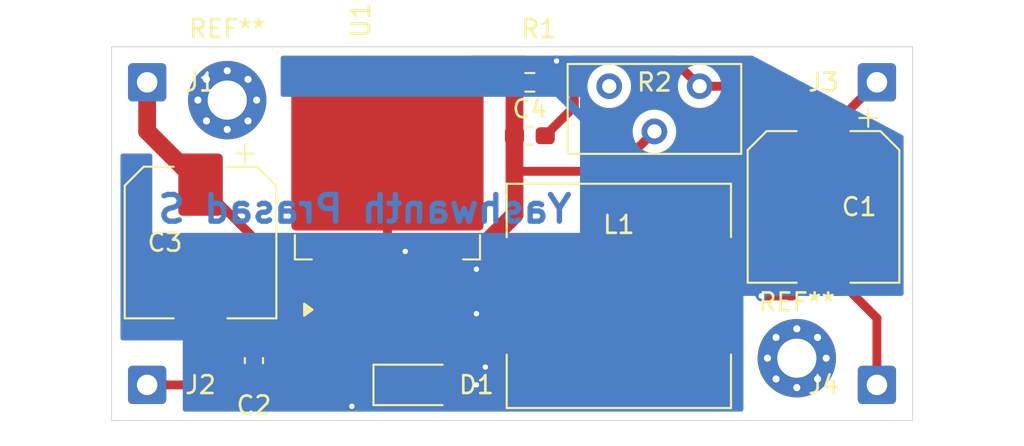
<source format=kicad_pcb>
(kicad_pcb (version 20241229) (generator "pcbnew") (generator_version "9.0")
  (layers (0 "F.Cu" signal) (2 "B.Cu" signal) (13 "F.Paste" user) (15 "B.Paste" user) (5 "F.SilkS" user "F.Silkscreen") (7 "B.SilkS" user "B.Silkscreen") (1 "F.Mask" user) (3 "B.Mask" user) (25 "Edge.Cuts" user))
  (net 0 "")
  (net 1 "Net-(J3-Pin_1)")
  (net 2 "GND")
  (net 3 "Net-(J1-Pin_1)")
  (net 4 "Net-(U1-FB)")
  (net 5 "Net-(D1-K)")
  (footprint "Potentiometer_THT:Potentiometer_Bourns_3296Y_Vertical" (layer "F.Cu") (at 156.54 113.72)
    (property "Reference" "R2" (at -2.54 -0.22 0) (layer "F.SilkS"))
    (property "Value" "103")
    (fp_line (start -7.415 -1.25) (end 2.335 -1.25) (stroke (width 0.12)) (layer "F.SilkS"))
    (fp_line (start -7.415 3.8) (end -7.415 -1.25) (stroke (width 0.12)) (layer "F.SilkS"))
    (fp_line (start 2.335 -1.25) (end 2.335 3.8) (stroke (width 0.12)) (layer "F.SilkS"))
    (fp_line (start 2.335 3.8) (end -7.415 3.8) (stroke (width 0.12)) (layer "F.SilkS"))
    (pad "1" thru_hole circle (at 0 0) (size 1.44 1.44) (drill 0.8) (layers "*.Cu" "*.Mask") (net 1 "Net-(J3-Pin_1)"))
    (pad "2" thru_hole circle (at -2.54 2.54) (size 1.44 1.44) (drill 0.8) (layers "*.Cu" "*.Mask") (net 4 "Net-(U1-FB)"))
    (pad "3" thru_hole circle (at -5.08 0) (size 1.44 1.44) (drill 0.8) (layers "*.Cu" "*.Mask"))
  )
  (footprint "Connector_Wire:SolderWire-0.5sqmm_1x01_D0.9mm_OD2.1mm" (layer "F.Cu") (at 125.5 113.5)
    (property "Reference" "J1" (at 3 0 0) (layer "F.SilkS"))
    (property "Value" "Conn_01x01_Socket")
    (pad "1" thru_hole roundrect (at 0 0) (size 2.15 2.15) (drill 1.15) (layers "*.Cu" "*.Mask") (roundrect_rratio 0.116279) (net 3 "Net-(J1-Pin_1)"))
  )
  (footprint "Capacitor_SMD:C_0603_1608Metric_Pad1.08x0.95mm_HandSolder" (layer "F.Cu") (at 131.5 129.1375 -90)
    (property "Reference" "C2" (at 2.5 0 180) (layer "F.SilkS"))
    (property "Value" "100n")
    (fp_line (start -0.146267 0.51) (end 0.146267 0.51) (stroke (width 0.12)) (layer "F.SilkS"))
    (fp_line (start -0.146267 -0.51) (end 0.146267 -0.51) (stroke (width 0.12)) (layer "F.SilkS"))
    (pad "1" smd roundrect (at -0.8625 0 270) (size 1.075 0.95) (layers "F.Cu" "F.Mask" "F.Paste") (net 3 "Net-(J1-Pin_1)"))
    (pad "2" smd roundrect (at 0.8625 0 270) (size 1.075 0.95) (layers "F.Cu" "F.Mask" "F.Paste") (net 2 "GND"))
  )
  (footprint "Resistor_SMD:R_0603_1608Metric_Pad0.98x0.95mm_HandSolder" (layer "F.Cu") (at 147 113.5)
    (property "Reference" "R1" (at 0.5 -3 0) (layer "F.SilkS"))
    (property "Value" "330")
    (fp_line (start -0.254724 -0.5225) (end 0.254724 -0.5225) (stroke (width 0.12)) (layer "F.SilkS"))
    (fp_line (start -0.254724 0.5225) (end 0.254724 0.5225) (stroke (width 0.12)) (layer "F.SilkS"))
    (pad "1" smd roundrect (at -0.9125 0) (size 0.975 0.95) (layers "F.Cu" "F.Mask" "F.Paste") (net 4 "Net-(U1-FB)"))
    (pad "2" smd roundrect (at 0.9125 0) (size 0.975 0.95) (layers "F.Cu" "F.Mask" "F.Paste") (net 2 "GND"))
  )
  (footprint "MountingHole:MountingHole_2.2mm_M2_Pad_Via" (layer "F.Cu") (at 130 114.5)
    (property "Reference" "REF**" (at 0 -4 0) (layer "F.SilkS"))
    (property "Value" "MountingHole_2.2mm_M2_Pad_Via")
    (pad "1" thru_hole circle (at -1.65 0) (size 0.7 0.7) (drill 0.4) (layers "*.Cu" "*.Mask"))
    (pad "1" thru_hole circle (at -1.166726 -1.166726) (size 0.7 0.7) (drill 0.4) (layers "*.Cu" "*.Mask"))
    (pad "1" thru_hole circle (at -1.166726 1.166726) (size 0.7 0.7) (drill 0.4) (layers "*.Cu" "*.Mask"))
    (pad "1" thru_hole circle (at 0 -1.65) (size 0.7 0.7) (drill 0.4) (layers "*.Cu" "*.Mask"))
    (pad "1" thru_hole circle (at 0 0) (size 4.4 4.4) (drill 2.2) (layers "*.Cu" "*.Mask"))
    (pad "1" thru_hole circle (at 0 1.65) (size 0.7 0.7) (drill 0.4) (layers "*.Cu" "*.Mask"))
    (pad "1" thru_hole circle (at 1.166726 -1.166726) (size 0.7 0.7) (drill 0.4) (layers "*.Cu" "*.Mask"))
    (pad "1" thru_hole circle (at 1.166726 1.166726) (size 0.7 0.7) (drill 0.4) (layers "*.Cu" "*.Mask"))
    (pad "1" thru_hole circle (at 1.65 0) (size 0.7 0.7) (drill 0.4) (layers "*.Cu" "*.Mask"))
  )
  (footprint "Diode_SMD:D_1206_3216Metric" (layer "F.Cu") (at 140.5 130.5)
    (property "Reference" "D1" (at 3.5 0 0) (layer "F.SilkS"))
    (property "Value" "1N5822")
    (fp_line (start -2.285 -1.135) (end -2.285 1.135) (stroke (width 0.12)) (layer "F.SilkS"))
    (fp_line (start -2.285 1.135) (end 1.6 1.135) (stroke (width 0.12)) (layer "F.SilkS"))
    (fp_line (start 1.6 -1.135) (end -2.285 -1.135) (stroke (width 0.12)) (layer "F.SilkS"))
    (pad "1" smd roundrect (at -1.4 0) (size 1.25 1.75) (layers "F.Cu" "F.Mask" "F.Paste") (roundrect_rratio 0.2) (net 5 "Net-(D1-K)"))
    (pad "2" smd roundrect (at 1.4 0) (size 1.25 1.75) (layers "F.Cu" "F.Mask" "F.Paste") (roundrect_rratio 0.2) (net 2 "GND"))
  )
  (footprint "Connector_Wire:SolderWire-0.5sqmm_1x01_D0.9mm_OD2.1mm" (layer "F.Cu") (at 166.5 130.5)
    (property "Reference" "J4" (at -3 0 0) (layer "F.SilkS"))
    (property "Value" "Conn_01x01_Socket")
    (pad "1" thru_hole roundrect (at 0 0) (size 2.15 2.15) (drill 1.15) (layers "*.Cu" "*.Mask") (roundrect_rratio 0.116279) (net 2 "GND"))
  )
  (footprint "Capacitor_SMD:CP_Elec_8x10" (layer "F.Cu") (at 163.5 120.5 -90)
    (property "Reference" "C1" (at 0 -2 180) (layer "F.SilkS"))
    (property "Value" "220u")
    (fp_line (start -3.195563 4.26) (end 4.26 4.26) (stroke (width 0.12)) (layer "F.SilkS"))
    (fp_line (start 4.26 4.26) (end 4.26 1.51) (stroke (width 0.12)) (layer "F.SilkS"))
    (fp_line (start -4.26 3.195563) (end -3.195563 4.26) (stroke (width 0.12)) (layer "F.SilkS"))
    (fp_line (start -4.26 3.195563) (end -4.26 1.51) (stroke (width 0.12)) (layer "F.SilkS"))
    (fp_line (start -5.5 -2.51) (end -4.5 -2.51) (stroke (width 0.12)) (layer "F.SilkS"))
    (fp_line (start -5 -3.01) (end -5 -2.01) (stroke (width 0.12)) (layer "F.SilkS"))
    (fp_line (start -4.26 -3.195563) (end -4.26 -1.51) (stroke (width 0.12)) (layer "F.SilkS"))
    (fp_line (start -4.26 -3.195563) (end -3.195563 -4.26) (stroke (width 0.12)) (layer "F.SilkS"))
    (fp_line (start -3.195563 -4.26) (end 4.26 -4.26) (stroke (width 0.12)) (layer "F.SilkS"))
    (fp_line (start 4.26 -4.26) (end 4.26 -1.51) (stroke (width 0.12)) (layer "F.SilkS"))
    (pad "1" smd roundrect (at -3.25 0 270) (size 3.5 2.5) (layers "F.Cu" "F.Mask" "F.Paste") (roundrect_rratio 0.1) (net 1 "Net-(J3-Pin_1)"))
    (pad "2" smd roundrect (at 3.25 0 270) (size 3.5 2.5) (layers "F.Cu" "F.Mask" "F.Paste") (roundrect_rratio 0.1) (net 2 "GND"))
  )
  (footprint "Connector_Wire:SolderWire-0.5sqmm_1x01_D0.9mm_OD2.1mm" (layer "F.Cu") (at 166.5 113.5)
    (property "Reference" "J3" (at -3 0 0) (layer "F.SilkS"))
    (property "Value" "Conn_01x01_Socket")
    (pad "1" thru_hole roundrect (at 0 0) (size 2.15 2.15) (drill 1.15) (layers "*.Cu" "*.Mask") (roundrect_rratio 0.116279) (net 1 "Net-(J3-Pin_1)"))
  )
  (footprint "Package_TO_SOT_SMD:TO-263-5_TabPin3" (layer "F.Cu") (at 139 118.625 90)
    (property "Reference" "U1" (at 8.625 -1.5 90) (layer "F.SilkS"))
    (property "Value" "LM2596S-ADJ")
    (fp_line (start -3.46 -5.2) (end -4.825 -5.2) (stroke (width 0.12)) (layer "F.SilkS"))
    (fp_line (start -4.825 -5.2) (end -4.825 -4.25) (stroke (width 0.12)) (layer "F.SilkS"))
    (fp_line (start -3.46 5.2) (end -4.825 5.2) (stroke (width 0.12)) (layer "F.SilkS"))
    (fp_line (start -4.825 5.2) (end -4.825 4.25) (stroke (width 0.12)) (layer "F.SilkS"))
    (fp_poly (pts (xy -7.65 -4.21) (xy -7.99 -4.68) (xy -7.31 -4.68)) (stroke (width 0.12)) (fill yes) (layer "F.SilkS"))
    (pad "1" smd roundrect (at -7.65 -3.4 90) (size 4.6 1.1) (layers "F.Cu" "F.Mask" "F.Paste") (roundrect_rratio 0.227273) (net 3 "Net-(J1-Pin_1)"))
    (pad "2" smd roundrect (at -7.65 -1.7 90) (size 4.6 1.1) (layers "F.Cu" "F.Mask" "F.Paste") (roundrect_rratio 0.227273) (net 5 "Net-(D1-K)"))
    (pad "3" smd roundrect (at -7.65 0 90) (size 4.6 1.1) (layers "F.Cu" "F.Mask" "F.Paste") (roundrect_rratio 0.227273) (net 2 "GND"))
    (pad "3" smd roundrect (at 1.5 0 90) (size 9.4 10.8) (layers "F.Cu" "F.Mask") (roundrect_rratio 0.026596) (net 2 "GND"))
    (pad "4" smd roundrect (at -7.65 1.7 90) (size 4.6 1.1) (layers "F.Cu" "F.Mask" "F.Paste") (roundrect_rratio 0.227273) (net 4 "Net-(U1-FB)"))
    (pad "5" smd roundrect (at -7.65 3.4 90) (size 4.6 1.1) (layers "F.Cu" "F.Mask" "F.Paste") (roundrect_rratio 0.227273) (net 2 "GND"))
  )
  (footprint "Capacitor_SMD:C_0603_1608Metric_Pad1.08x0.95mm_HandSolder" (layer "F.Cu") (at 147 116.5)
    (property "Reference" "C4" (at 0 -1.5 0) (layer "F.SilkS"))
    (property "Value" "100n")
    (fp_line (start -0.146267 -0.51) (end 0.146267 -0.51) (stroke (width 0.12)) (layer "F.SilkS"))
    (fp_line (start -0.146267 0.51) (end 0.146267 0.51) (stroke (width 0.12)) (layer "F.SilkS"))
    (pad "1" smd roundrect (at -0.8625 0) (size 1.075 0.95) (layers "F.Cu" "F.Mask" "F.Paste") (net 4 "Net-(U1-FB)"))
    (pad "2" smd roundrect (at 0.8625 0) (size 1.075 0.95) (layers "F.Cu" "F.Mask" "F.Paste") (net 1 "Net-(J3-Pin_1)"))
  )
  (footprint "Connector_Wire:SolderWire-0.5sqmm_1x01_D0.9mm_OD2.1mm" (layer "F.Cu") (at 125.5 130.5)
    (property "Reference" "J2" (at 3 0 0) (layer "F.SilkS"))
    (property "Value" "Conn_01x01_Socket")
    (pad "1" thru_hole roundrect (at 0 0) (size 2.15 2.15) (drill 1.15) (layers "*.Cu" "*.Mask") (roundrect_rratio 0.116279) (net 2 "GND"))
  )
  (footprint "Inductor_SMD:L_12x12mm_H8mm" (layer "F.Cu") (at 152 125.5)
    (property "Reference" "L1" (at 0 -4 0) (layer "F.SilkS"))
    (property "Value" "470m")
    (fp_line (start -6.3 -6.3) (end 6.3 -6.3) (stroke (width 0.12)) (layer "F.SilkS"))
    (fp_line (start -6.3 -3.3) (end -6.3 -6.3) (stroke (width 0.12)) (layer "F.SilkS"))
    (fp_line (start -6.3 6.3) (end -6.3 3.3) (stroke (width 0.12)) (layer "F.SilkS"))
    (fp_line (start 6.3 -6.3) (end 6.3 -3.3) (stroke (width 0.12)) (layer "F.SilkS"))
    (fp_line (start 6.3 3.3) (end 6.3 6.3) (stroke (width 0.12)) (layer "F.SilkS"))
    (fp_line (start 6.3 6.3) (end -6.3 6.3) (stroke (width 0.12)) (layer "F.SilkS"))
    (pad "1" smd rect (at -4.95 0) (size 2.9 5.4) (layers "F.Cu" "F.Mask" "F.Paste") (net 5 "Net-(D1-K)"))
    (pad "2" smd rect (at 4.95 0) (size 2.9 5.4) (layers "F.Cu" "F.Mask" "F.Paste") (net 1 "Net-(J3-Pin_1)"))
  )
  (footprint "MountingHole:MountingHole_2.2mm_M2_Pad_Via" (layer "F.Cu") (at 162 129)
    (property "Reference" "REF**" (at 0 -3.15 0) (layer "F.SilkS"))
    (property "Value" "MountingHole_2.2mm_M2_Pad_Via")
    (pad "1" thru_hole circle (at -1.65 0) (size 0.7 0.7) (drill 0.4) (layers "*.Cu" "*.Mask"))
    (pad "1" thru_hole circle (at -1.166726 -1.166726) (size 0.7 0.7) (drill 0.4) (layers "*.Cu" "*.Mask"))
    (pad "1" thru_hole circle (at -1.166726 1.166726) (size 0.7 0.7) (drill 0.4) (layers "*.Cu" "*.Mask"))
    (pad "1" thru_hole circle (at 0 -1.65) (size 0.7 0.7) (drill 0.4) (layers "*.Cu" "*.Mask"))
    (pad "1" thru_hole circle (at 0 0) (size 4.4 4.4) (drill 2.2) (layers "*.Cu" "*.Mask"))
    (pad "1" thru_hole circle (at 0 1.65) (size 0.7 0.7) (drill 0.4) (layers "*.Cu" "*.Mask"))
    (pad "1" thru_hole circle (at 1.166726 -1.166726) (size 0.7 0.7) (drill 0.4) (layers "*.Cu" "*.Mask"))
    (pad "1" thru_hole circle (at 1.166726 1.166726) (size 0.7 0.7) (drill 0.4) (layers "*.Cu" "*.Mask"))
    (pad "1" thru_hole circle (at 1.65 0) (size 0.7 0.7) (drill 0.4) (layers "*.Cu" "*.Mask"))
  )
  (footprint "Capacitor_SMD:CP_Elec_8x10" (layer "F.Cu") (at 128.5 122.5 -90)
    (property "Reference" "C3" (at 0 2 180) (layer "F.SilkS"))
    (property "Value" "100u")
    (fp_line (start -3.195563 4.26) (end 4.26 4.26) (stroke (width 0.12)) (layer "F.SilkS"))
    (fp_line (start 4.26 4.26) (end 4.26 1.51) (stroke (width 0.12)) (layer "F.SilkS"))
    (fp_line (start -4.26 3.195563) (end -3.195563 4.26) (stroke (width 0.12)) (layer "F.SilkS"))
    (fp_line (start -4.26 3.195563) (end -4.26 1.51) (stroke (width 0.12)) (layer "F.SilkS"))
    (fp_line (start -5.5 -2.51) (end -4.5 -2.51) (stroke (width 0.12)) (layer "F.SilkS"))
    (fp_line (start -5 -3.01) (end -5 -2.01) (stroke (width 0.12)) (layer "F.SilkS"))
    (fp_line (start -4.26 -3.195563) (end -4.26 -1.51) (stroke (width 0.12)) (layer "F.SilkS"))
    (fp_line (start -4.26 -3.195563) (end -3.195563 -4.26) (stroke (width 0.12)) (layer "F.SilkS"))
    (fp_line (start -3.195563 -4.26) (end 4.26 -4.26) (stroke (width 0.12)) (layer "F.SilkS"))
    (fp_line (start 4.26 -4.26) (end 4.26 -1.51) (stroke (width 0.12)) (layer "F.SilkS"))
    (pad "1" smd roundrect (at -3.25 0 270) (size 3.5 2.5) (layers "F.Cu" "F.Mask" "F.Paste") (roundrect_rratio 0.1) (net 3 "Net-(J1-Pin_1)"))
    (pad "2" smd roundrect (at 3.25 0 270) (size 3.5 2.5) (layers "F.Cu" "F.Mask" "F.Paste") (roundrect_rratio 0.1) (net 2 "GND"))
  )
  (gr_rect (start 123.5 111.5) (end 168.5 132.5) (stroke (width 0.05)) (fill no) (layer "Edge.Cuts"))
  (gr_text "Yashwanth Prasad S" (at 149.5 121.5 0) (layer "B.Cu") (effects (font (size 1.5 1.5) (thickness 0.3) (bold yes)) (justify left bottom mirror)))
  (segment (start 161.72 113.72) (end 163.5 115.5) (width 0.5) (layer "F.Cu") (net 1))
  (segment (start 163.5 117.25) (end 163.5 116.5) (width 0.5) (layer "F.Cu") (net 1))
  (segment (start 163.5 116.5) (end 166.5 113.5) (width 0.5) (layer "F.Cu") (net 1))
  (segment (start 155.071 112.251) (end 156.54 113.72) (width 0.5) (layer "F.Cu") (net 1))
  (segment (start 156.95 123.8) (end 163.5 117.25) (width 0.5) (layer "F.Cu") (net 1))
  (segment (start 149.5 114.8625) (end 149.5 112.251) (width 0.5) (layer "F.Cu") (net 1))
  (segment (start 147.8625 116.5) (end 149.5 114.8625) (width 0.5) (layer "F.Cu") (net 1))
  (segment (start 166.5 113.5) (end 166.5 114.25) (width 0.5) (layer "F.Cu") (net 1))
  (segment (start 163.5 115.5) (end 163.5 117.25) (width 0.5) (layer "F.Cu") (net 1))
  (segment (start 149.5 112.251) (end 155.071 112.251) (width 0.5) (layer "F.Cu") (net 1))
  (segment (start 156.54 113.72) (end 161.72 113.72) (width 0.5) (layer "F.Cu") (net 1))
  (segment (start 156.95 125.5) (end 156.95 123.8) (width 0.5) (layer "F.Cu") (net 1))
  (segment (start 128.5 129.1375) (end 128.5 125.75) (width 1) (layer "F.Cu") (net 2))
  (segment (start 143.874 112.251) (end 139 117.125) (width 0.5) (layer "F.Cu") (net 2))
  (segment (start 129.8625 130.5) (end 128.5 129.1375) (width 1) (layer "F.Cu") (net 2))
  (segment (start 130.3625 130) (end 129.8625 130.5) (width 0.5) (layer "F.Cu") (net 2))
  (segment (start 141.9 130.5) (end 144 130.5) (width 0.5) (layer "F.Cu") (net 2))
  (segment (start 143.5 130.5) (end 141.9 130.5) (width 0.5) (layer "F.Cu") (net 2))
  (segment (start 140 123) (end 139 124) (width 0.5) (layer "F.Cu") (net 2))
  (segment (start 143.775 126.275) (end 144 126.5) (width 0.5) (layer "F.Cu") (net 2))
  (segment (start 131.5 130) (end 130.3625 130) (width 0.5) (layer "F.Cu") (net 2))
  (segment (start 142.4 125.6) (end 144 124) (width 0.5) (layer "F.Cu") (net 2))
  (segment (start 160 125.5) (end 161.75 125.5) (width 0.5) (layer "F.Cu") (net 2))
  (segment (start 146.6635 112.251) (end 143.874 112.251) (width 0.5) (layer "F.Cu") (net 2))
  (segment (start 139 124) (end 139 126.275) (width 0.5) (layer "F.Cu") (net 2))
  (segment (start 144.5 129.5) (end 143.5 130.5) (width 0.5) (layer "F.Cu") (net 2))
  (segment (start 163.5 123.75) (end 166.5 126.75) (width 0.5) (layer "F.Cu") (net 2))
  (segment (start 131.5 130) (end 135.3 130) (width 0.5) (layer "F.Cu") (net 2))
  (segment (start 135.3 130) (end 137 131.7) (width 0.5) (layer "F.Cu") (net 2))
  (segment (start 147.9125 112.8875) (end 148.5 112.3) (width 0.5) (layer "F.Cu") (net 2))
  (segment (start 129.8625 130.5) (end 125.5 130.5) (width 0.5) (layer "F.Cu") (net 2))
  (segment (start 142.4 126.275) (end 142.4 125.6) (width 0.5) (layer "F.Cu") (net 2))
  (segment (start 161.75 125.5) (end 163.5 123.75) (width 0.5) (layer "F.Cu") (net 2))
  (segment (start 166.5 126.75) (end 166.5 130.5) (width 0.5) (layer "F.Cu") (net 2))
  (segment (start 147.9125 113.5) (end 147.9125 112.8875) (width 0.5) (layer "F.Cu") (net 2))
  (segment (start 142.4 126.275) (end 143.775 126.275) (width 0.5) (layer "F.Cu") (net 2))
  (segment (start 147.9125 113.5) (end 146.6635 112.251) (width 0.5) (layer "F.Cu") (net 2))
  (segment (start 139 117.125) (end 139 126.275) (width 0.5) (layer "F.Cu") (net 2))
  (via (at 140 123) (size 0.6) (drill 0.3) (layers "F.Cu" "B.Cu") (net 2))
  (via (at 144 130.5) (size 0.6) (drill 0.3) (layers "F.Cu" "B.Cu") (net 2))
  (via (at 144.5 129.5) (size 0.6) (drill 0.3) (layers "F.Cu" "B.Cu") (net 2))
  (via (at 137 131.7) (size 0.6) (drill 0.3) (layers "F.Cu" "B.Cu") (net 2))
  (via (at 148.5 112.3) (size 0.6) (drill 0.3) (layers "F.Cu" "B.Cu") (net 2))
  (via (at 144 124) (size 0.6) (drill 0.3) (layers "F.Cu" "B.Cu") (net 2))
  (via (at 160 125.5) (size 0.6) (drill 0.3) (layers "F.Cu" "B.Cu") (net 2))
  (via (at 144 126.5) (size 0.6) (drill 0.3) (layers "F.Cu" "B.Cu") (net 2))
  (segment (start 144 130.5) (end 142.8 131.7) (width 0.5) (layer "B.Cu") (net 2))
  (segment (start 142.8 131.7) (end 137 131.7) (width 0.5) (layer "B.Cu") (net 2))
  (segment (start 141 124) (end 140 123) (width 0.5) (layer "B.Cu") (net 2))
  (segment (start 144 124) (end 141 124) (width 0.5) (layer "B.Cu") (net 2))
  (segment (start 144 126.5) (end 144 129) (width 0.5) (layer "B.Cu") (net 2))
  (segment (start 148.5 112.3) (end 148.5 114) (width 0.5) (layer "B.Cu") (net 2))
  (segment (start 148.5 114) (end 160 125.5) (width 0.5) (layer "B.Cu") (net 2))
  (segment (start 144 129) (end 144.5 129.5) (width 0.5) (layer "B.Cu") (net 2))
  (segment (start 131.5 128.275) (end 131.5 122.25) (width 0.5) (layer "F.Cu") (net 3))
  (segment (start 125.5 113.5) (end 125.5 116.25) (width 1) (layer "F.Cu") (net 3))
  (segment (start 131.5 128.275) (end 133.6 128.275) (width 0.5) (layer "F.Cu") (net 3))
  (segment (start 125.5 116.25) (end 128.5 119.25) (width 1) (layer "F.Cu") (net 3))
  (segment (start 131.5 122.25) (end 128.5 119.25) (width 0.5) (layer "F.Cu") (net 3))
  (segment (start 133.6 128.275) (end 135.6 126.275) (width 0.5) (layer "F.Cu") (net 3))
  (segment (start 142.149 122.526) (end 144.550844 122.526) (width 1) (layer "F.Cu") (net 4))
  (segment (start 146.1375 116.5) (end 146.1375 113.55) (width 1) (layer "F.Cu") (net 4))
  (segment (start 146.1375 113.55) (end 146.0875 113.5) (width 1) (layer "F.Cu") (net 4))
  (segment (start 151.76 118.5) (end 146.1375 118.5) (width 0.5) (layer "F.Cu") (net 4))
  (segment (start 140.7 123.975) (end 142.149 122.526) (width 1) (layer "F.Cu") (net 4))
  (segment (start 154 116.26) (end 151.76 118.5) (width 0.5) (layer "F.Cu") (net 4))
  (segment (start 146.1375 118.5) (end 146.1375 116.5) (width 1) (layer "F.Cu") (net 4))
  (segment (start 140.7 126.275) (end 140.7 123.975) (width 1) (layer "F.Cu") (net 4))
  (segment (start 144.550844 122.526) (end 146.1375 120.939344) (width 1) (layer "F.Cu") (net 4))
  (segment (start 146.1375 120.939344) (end 146.1375 118.5) (width 1) (layer "F.Cu") (net 4))
  (segment (start 139.1 130.5) (end 137.3 128.7) (width 0.5) (layer "F.Cu") (net 5))
  (segment (start 147.05 125.5) (end 148 125.5) (width 0.5) (layer "F.Cu") (net 5))
  (segment (start 143.376 129.174) (end 147.05 125.5) (width 0.5) (layer "F.Cu") (net 5))
  (segment (start 137.3 128.7) (end 137.3 126.275) (width 0.5) (layer "F.Cu") (net 5))
  (segment (start 140.426 129.174) (end 143.376 129.174) (width 0.5) (layer "F.Cu") (net 5))
  (segment (start 139.1 130.5) (end 140.426 129.174) (width 0.5) (layer "F.Cu") (net 5))
  (zone (net 2) (net_name "GND") (layer "B.Cu") (connect_pads (clearance 0.5)) (min_thickness 0.25) (fill yes (thermal_gap 0.5) (thermal_bridge_width 0.5))
    (polygon (pts (xy 133 112) (xy 159.5 112) (xy 168 116.5) (xy 168 125.5) (xy 159 125.5) (xy 159 132.5) (xy 133 132) (xy 127.5 132) (xy 127.5 128) (xy 124 128) (xy 123.5 117.5) (xy 133 117.5)))
  )
)
</source>
